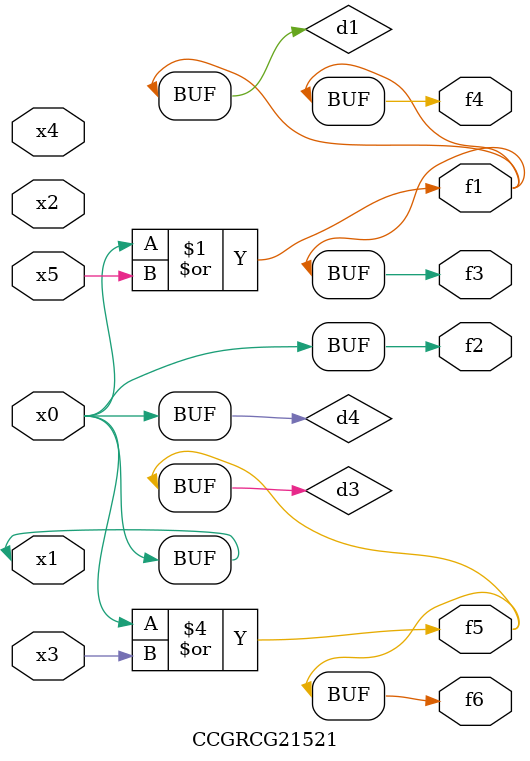
<source format=v>
module CCGRCG21521(
	input x0, x1, x2, x3, x4, x5,
	output f1, f2, f3, f4, f5, f6
);

	wire d1, d2, d3, d4;

	or (d1, x0, x5);
	xnor (d2, x1, x4);
	or (d3, x0, x3);
	buf (d4, x0, x1);
	assign f1 = d1;
	assign f2 = d4;
	assign f3 = d1;
	assign f4 = d1;
	assign f5 = d3;
	assign f6 = d3;
endmodule

</source>
